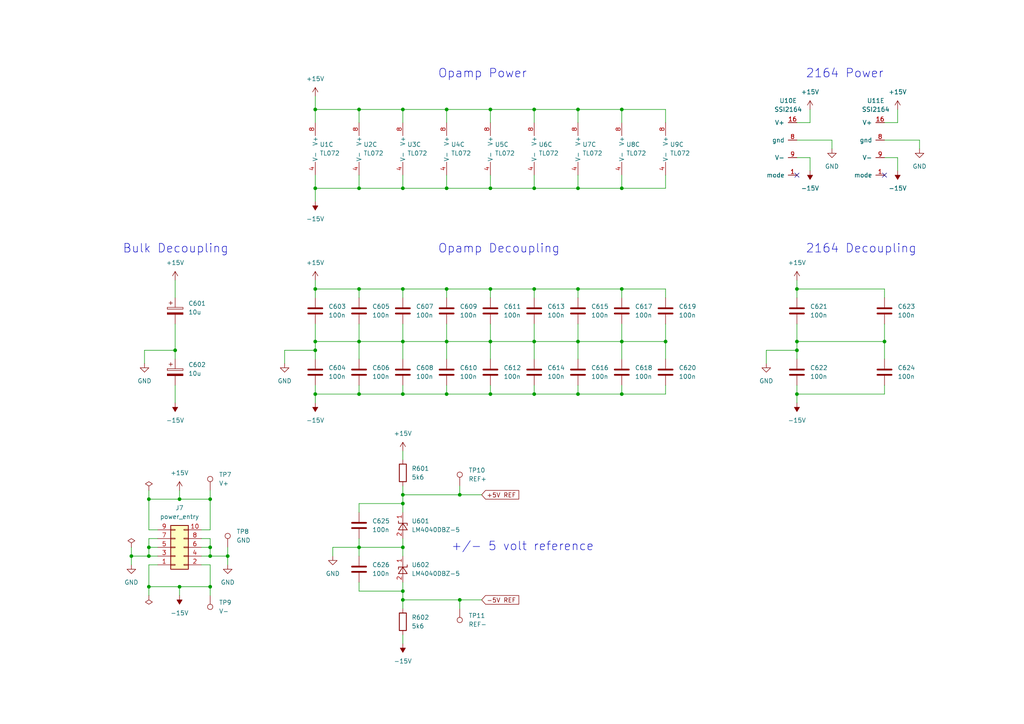
<source format=kicad_sch>
(kicad_sch (version 20211123) (generator eeschema)
  (paper "A4")
  (title_block (title "Josh Ox Ribbon Synth VCF/VCA board") (date "2022-07-21") (rev "0") (comment 1 "creativecommons.org/licenses/by/4.0/") (comment 2 "License: CC by 4.0") (comment 3 "Author: Jordan Aceto"))
  (lib_symbols
    (symbol "Amplifier_Operational:TL072" (pin_names (offset 0.127))
      (property "Reference" "U" (at 0 5.08 0))
      (property "Value" "TL072" (at 0 -5.08 0))
      (symbol "TL072_1_1"
        (polyline (pts (xy -5.08 5.08) (xy 5.08 0) (xy -5.08 -5.08) (xy -5.08 5.08)) (stroke (width 0.254)) (fill (type background)))
        (pin output line (at 7.62 0 180) (length 2.54) (name "~") (number "1"))
        (pin input line (at -7.62 -2.54 0) (length 2.54) (name "-") (number "2"))
        (pin input line (at -7.62 2.54 0) (length 2.54) (name "+") (number "3"))
      )
      (symbol "TL072_2_1"
        (polyline (pts (xy -5.08 5.08) (xy 5.08 0) (xy -5.08 -5.08) (xy -5.08 5.08)) (stroke (width 0.254)) (fill (type background)))
        (pin input line (at -7.62 2.54 0) (length 2.54) (name "+") (number "5"))
        (pin input line (at -7.62 -2.54 0) (length 2.54) (name "-") (number "6"))
        (pin output line (at 7.62 0 180) (length 2.54) (name "~") (number "7"))
      )
      (symbol "TL072_3_1"
        (pin power_in line (at -2.54 -7.62 90) (length 3.81) (name "V-") (number "4"))
        (pin power_in line (at -2.54 7.62 270) (length 3.81) (name "V+") (number "8"))
      )
    )
    (symbol "Connector:TestPoint" (pin_numbers hide) (pin_names (offset 0.762) hide)
      (property "Reference" "TP" (at 0 6.858 0))
      (property "Value" "TestPoint" (at 0 5.08 0))
      (symbol "TestPoint_0_1"
        (circle (center 0 3.302) (radius 0.762))
      )
      (symbol "TestPoint_1_1"
        (pin passive line (at 0 0 90) (length 2.54) (name "1") (number "1"))
      )
    )
    (symbol "Connector_Generic:Conn_02x05_Odd_Even" (pin_names (offset 1.016) hide)
      (property "Reference" "J" (at 1.27 7.62 0))
      (property "Value" "Conn_02x05_Odd_Even" (at 1.27 -7.62 0))
      (symbol "Conn_02x05_Odd_Even_1_1"
        (rectangle (start -1.27 -4.953) (end 0 -5.207) (stroke (width 0.1524)))
        (rectangle (start -1.27 -2.413) (end 0 -2.667) (stroke (width 0.1524)))
        (rectangle (start -1.27 0.127) (end 0 -0.127) (stroke (width 0.1524)))
        (rectangle (start -1.27 2.667) (end 0 2.413) (stroke (width 0.1524)))
        (rectangle (start -1.27 5.207) (end 0 4.953) (stroke (width 0.1524)))
        (rectangle (start -1.27 6.35) (end 3.81 -6.35) (stroke (width 0.254)) (fill (type background)))
        (rectangle (start 3.81 -4.953) (end 2.54 -5.207) (stroke (width 0.1524)))
        (rectangle (start 3.81 -2.413) (end 2.54 -2.667) (stroke (width 0.1524)))
        (rectangle (start 3.81 0.127) (end 2.54 -0.127) (stroke (width 0.1524)))
        (rectangle (start 3.81 2.667) (end 2.54 2.413) (stroke (width 0.1524)))
        (rectangle (start 3.81 5.207) (end 2.54 4.953) (stroke (width 0.1524)))
        (pin passive line (at -5.08 5.08 0) (length 3.81) (name "Pin_1") (number "1"))
        (pin passive line (at 7.62 -5.08 180) (length 3.81) (name "Pin_10") (number "10"))
        (pin passive line (at 7.62 5.08 180) (length 3.81) (name "Pin_2") (number "2"))
        (pin passive line (at -5.08 2.54 0) (length 3.81) (name "Pin_3") (number "3"))
        (pin passive line (at 7.62 2.54 180) (length 3.81) (name "Pin_4") (number "4"))
        (pin passive line (at -5.08 0 0) (length 3.81) (name "Pin_5") (number "5"))
        (pin passive line (at 7.62 0 180) (length 3.81) (name "Pin_6") (number "6"))
        (pin passive line (at -5.08 -2.54 0) (length 3.81) (name "Pin_7") (number "7"))
        (pin passive line (at 7.62 -2.54 180) (length 3.81) (name "Pin_8") (number "8"))
        (pin passive line (at -5.08 -5.08 0) (length 3.81) (name "Pin_9") (number "9"))
      )
    )
    (symbol "Device:C" (pin_numbers hide) (pin_names (offset 0.254))
      (property "Reference" "C" (at 0.635 2.54 0))
      (property "Value" "C" (at 0.635 -2.54 0))
      (symbol "C_0_1"
        (polyline (pts (xy -2.032 -0.762) (xy 2.032 -0.762)) (stroke (width 0.508)))
        (polyline (pts (xy -2.032 0.762) (xy 2.032 0.762)) (stroke (width 0.508)))
      )
      (symbol "C_1_1"
        (pin passive line (at 0 3.81 270) (length 2.794) (name "~") (number "1"))
        (pin passive line (at 0 -3.81 90) (length 2.794) (name "~") (number "2"))
      )
    )
    (symbol "Device:C_Polarized" (pin_numbers hide) (pin_names (offset 0.254))
      (property "Reference" "C" (at 0.635 2.54 0))
      (property "Value" "C_Polarized" (at 0.635 -2.54 0))
      (symbol "C_Polarized_0_1"
        (rectangle (start -2.286 0.508) (end 2.286 1.016))
        (polyline (pts (xy -1.778 2.286) (xy -0.762 2.286)))
        (polyline (pts (xy -1.27 2.794) (xy -1.27 1.778)))
        (rectangle (start 2.286 -0.508) (end -2.286 -1.016) (fill (type outline)))
      )
      (symbol "C_Polarized_1_1"
        (pin passive line (at 0 3.81 270) (length 2.794) (name "~") (number "1"))
        (pin passive line (at 0 -3.81 90) (length 2.794) (name "~") (number "2"))
      )
    )
    (symbol "Device:R" (pin_numbers hide) (pin_names (offset 0))
      (property "Reference" "R" (at 2.032 0 90))
      (property "Value" "R" (at 0 0 90))
      (symbol "R_0_1"
        (rectangle (start -1.016 -2.54) (end 1.016 2.54) (stroke (width 0.254)))
      )
      (symbol "R_1_1"
        (pin passive line (at 0 3.81 270) (length 1.27) (name "~") (number "1"))
        (pin passive line (at 0 -3.81 90) (length 1.27) (name "~") (number "2"))
      )
    )
    (symbol "Reference_Voltage:LM4040DBZ-5" (pin_names (offset 0.0254) hide)
      (property "Reference" "U" (at 0 2.54 0))
      (property "Value" "LM4040DBZ-5" (at 0 -3.175 0))
      (symbol "LM4040DBZ-5_0_1"
        (polyline (pts (xy -1.27 0) (xy 0 0) (xy 1.27 0)))
        (polyline (pts (xy -1.27 -1.27) (xy 0.635 0) (xy -1.27 1.27) (xy -1.27 -1.27)) (stroke (width 0.2032)))
        (polyline (pts (xy 0 -1.27) (xy 0.635 -1.27) (xy 0.635 1.27) (xy 1.27 1.27)) (stroke (width 0.2032)))
      )
      (symbol "LM4040DBZ-5_1_1"
        (pin passive line (at 3.81 0 180) (length 2.54) (name "K") (number "1"))
        (pin passive line (at -3.81 0 0) (length 2.54) (name "A") (number "2"))
      )
    )
    (symbol "custom_symbols:SSI2164" (pin_names (offset 1.016))
      (property "Reference" "U?" (at 0 10.16 0))
      (property "Value" "SSI2164" (at 0 7.62 0))
      (symbol "SSI2164_1_1"
        (rectangle (start -5.08 5.08) (end 5.08 -5.08) (fill (type background)))
        (polyline (pts (xy 5.08 5.08) (xy -5.08 -5.08)))
        (polyline (pts (xy 5.08 5.08) (xy 10.16 0) (xy 5.08 -5.08) (xy -5.08 5.08)) (fill (type background)))
        (pin input line (at -7.62 0 0) (length 2.54) (name "~") (number "2"))
        (pin input line (at 0 -7.62 90) (length 2.54) (name "~") (number "3"))
        (pin output line (at 12.7 0 180) (length 2.54) (name "~") (number "4"))
      )
      (symbol "SSI2164_2_1"
        (rectangle (start -5.08 5.08) (end 5.08 -5.08) (fill (type background)))
        (polyline (pts (xy 5.08 5.08) (xy -5.08 -5.08)))
        (polyline (pts (xy 5.08 5.08) (xy 10.16 0) (xy 5.08 -5.08) (xy -5.08 5.08)) (fill (type background)))
        (pin output line (at 12.7 0 180) (length 2.54) (name "~") (number "5"))
        (pin input line (at 0 -7.62 90) (length 2.54) (name "~") (number "6"))
        (pin input line (at -7.62 0 0) (length 2.54) (name "~") (number "7"))
      )
      (symbol "SSI2164_3_1"
        (rectangle (start -5.08 5.08) (end 5.08 -5.08) (fill (type background)))
        (polyline (pts (xy 5.08 5.08) (xy -5.08 -5.08)))
        (polyline (pts (xy 5.08 5.08) (xy 10.16 0) (xy 5.08 -5.08) (xy -5.08 5.08)) (fill (type background)))
        (pin input line (at -7.62 0 0) (length 2.54) (name "~") (number "10"))
        (pin input line (at 0 -7.62 90) (length 2.54) (name "~") (number "11"))
        (pin output line (at 12.7 0 180) (length 2.54) (name "~") (number "12"))
      )
      (symbol "SSI2164_4_1"
        (rectangle (start -5.08 5.08) (end 5.08 -5.08) (fill (type background)))
        (polyline (pts (xy 5.08 5.08) (xy -5.08 -5.08)))
        (polyline (pts (xy 5.08 5.08) (xy 10.16 0) (xy 5.08 -5.08) (xy -5.08 5.08)) (fill (type background)))
        (pin output line (at 12.7 0 180) (length 2.54) (name "~") (number "13"))
        (pin input line (at 0 -7.62 90) (length 2.54) (name "~") (number "14"))
        (pin input line (at -7.62 0 0) (length 2.54) (name "~") (number "15"))
      )
      (symbol "SSI2164_5_1"
        (pin input line (at 2.54 -10.16 180) (length 2.54) (name "mode") (number "1"))
        (pin power_in line (at 2.54 5.08 180) (length 2.54) (name "V+") (number "16"))
        (pin power_in line (at 2.54 0 180) (length 2.54) (name "gnd") (number "8"))
        (pin power_in line (at 2.54 -5.08 180) (length 2.54) (name "V-") (number "9"))
      )
    )
    (symbol "power:+15V" (power) (pin_names (offset 0))
      (property "Value" "+15V" (at 0 3.556 0))
      (symbol "+15V_0_1"
        (polyline (pts (xy -0.762 1.27) (xy 0 2.54)))
        (polyline (pts (xy 0 0) (xy 0 2.54)))
        (polyline (pts (xy 0 2.54) (xy 0.762 1.27)))
      )
      (symbol "+15V_1_1"
        (pin power_in line (at 0 0 90) (length 0) hide (name "+15V") (number "1"))
      )
    )
    (symbol "power:-15V" (power) (pin_names (offset 0))
      (property "Value" "-15V" (at 0 3.81 0))
      (symbol "-15V_0_0"
        (pin power_in line (at 0 0 90) (length 0) hide (name "-15V") (number "1"))
      )
      (symbol "-15V_0_1"
        (polyline (pts (xy 0 0) (xy 0 1.27) (xy 0.762 1.27) (xy 0 2.54) (xy -0.762 1.27) (xy 0 1.27)) (fill (type outline)))
      )
    )
    (symbol "power:GND" (power) (pin_names (offset 0))
      (property "Value" "GND" (at 0 -3.81 0))
      (symbol "GND_0_1"
        (polyline (pts (xy 0 0) (xy 0 -1.27) (xy 1.27 -1.27) (xy 0 -2.54) (xy -1.27 -1.27) (xy 0 -1.27)))
      )
      (symbol "GND_1_1"
        (pin power_in line (at 0 0 270) (length 0) hide (name "GND") (number "1"))
      )
    )
    (symbol "power:PWR_FLAG" (power) (pin_numbers hide) (pin_names (offset 0) hide)
      (property "Value" "PWR_FLAG" (at 0 3.81 0))
      (symbol "PWR_FLAG_0_0"
        (pin power_out line (at 0 0 90) (length 0) (name "pwr") (number "1"))
      )
      (symbol "PWR_FLAG_0_1"
        (polyline (pts (xy 0 0) (xy 0 1.27) (xy -1.016 1.905) (xy 0 2.54) (xy 1.016 1.905) (xy 0 1.27)))
      )
    )
  )
  (junction (at 180.34 114.3))
  (junction (at 129.54 99.06))
  (junction (at 91.44 101.6))
  (junction (at 104.14 31.75))
  (junction (at 52.07 170.18))
  (junction (at 52.07 144.78))
  (junction (at 142.24 54.61))
  (junction (at 50.8 101.6))
  (junction (at 154.94 31.75))
  (junction (at 116.84 31.75))
  (junction (at 142.24 99.06))
  (junction (at 167.64 54.61))
  (junction (at 167.64 114.3))
  (junction (at 91.44 83.82))
  (junction (at 38.1 161.29))
  (junction (at 104.14 114.3))
  (junction (at 60.96 161.29))
  (junction (at 116.84 143.51))
  (junction (at 116.84 114.3))
  (junction (at 133.35 143.51))
  (junction (at 129.54 114.3))
  (junction (at 180.34 99.06))
  (junction (at 231.14 114.3))
  (junction (at 60.96 144.78))
  (junction (at 180.34 31.75))
  (junction (at 142.24 83.82))
  (junction (at 154.94 99.06))
  (junction (at 104.14 99.06))
  (junction (at 116.84 54.61))
  (junction (at 43.18 144.78))
  (junction (at 116.84 99.06))
  (junction (at 91.44 31.75))
  (junction (at 91.44 99.06))
  (junction (at 116.84 173.99))
  (junction (at 66.04 161.29))
  (junction (at 142.24 31.75))
  (junction (at 104.14 83.82))
  (junction (at 116.84 171.45))
  (junction (at 104.14 54.61))
  (junction (at 43.18 170.18))
  (junction (at 129.54 54.61))
  (junction (at 142.24 114.3))
  (junction (at 180.34 83.82))
  (junction (at 60.96 170.18))
  (junction (at 154.94 83.82))
  (junction (at 60.96 158.75))
  (junction (at 231.14 99.06))
  (junction (at 129.54 83.82))
  (junction (at 231.14 101.6))
  (junction (at 91.44 54.61))
  (junction (at 167.64 31.75))
  (junction (at 167.64 99.06))
  (junction (at 104.14 158.75))
  (junction (at 43.18 161.29))
  (junction (at 116.84 146.05))
  (junction (at 231.14 83.82))
  (junction (at 154.94 54.61))
  (junction (at 43.18 158.75))
  (junction (at 133.35 173.99))
  (junction (at 193.04 99.06))
  (junction (at 256.54 99.06))
  (junction (at 129.54 31.75))
  (junction (at 154.94 114.3))
  (junction (at 116.84 83.82))
  (junction (at 180.34 54.61))
  (junction (at 167.64 83.82))
  (junction (at 91.44 114.3))
  (junction (at 116.84 158.75))
  (no_connect (at 231.14 50.8))
  (no_connect (at 256.54 50.8))
  (wire (pts (xy 193.04 54.61) (xy 193.04 50.8)))
  (wire (pts (xy 133.35 176.53) (xy 133.35 173.99)))
  (wire (pts (xy 116.84 173.99) (xy 133.35 173.99)))
  (wire (pts (xy 104.14 158.75) (xy 104.14 161.29)))
  (wire (pts (xy 58.42 153.67) (xy 60.96 153.67)))
  (wire (pts (xy 222.25 105.41) (xy 222.25 101.6)))
  (wire (pts (xy 180.34 31.75) (xy 193.04 31.75)))
  (wire (pts (xy 154.94 86.36) (xy 154.94 83.82)))
  (wire (pts (xy 129.54 31.75) (xy 116.84 31.75)))
  (wire (pts (xy 104.14 31.75) (xy 91.44 31.75)))
  (wire (pts (xy 129.54 93.98) (xy 129.54 99.06)))
  (wire (pts (xy 104.14 54.61) (xy 91.44 54.61)))
  (wire (pts (xy 241.3 43.18) (xy 241.3 40.64)))
  (wire (pts (xy 193.04 35.56) (xy 193.04 31.75)))
  (wire (pts (xy 45.72 163.83) (xy 43.18 163.83)))
  (wire (pts (xy 154.94 114.3) (xy 167.64 114.3)))
  (wire (pts (xy 60.96 170.18) (xy 60.96 163.83)))
  (wire (pts (xy 116.84 31.75) (xy 116.84 35.56)))
  (wire (pts (xy 256.54 99.06) (xy 256.54 104.14)))
  (wire (pts (xy 104.14 146.05) (xy 104.14 148.59)))
  (wire (pts (xy 133.35 173.99) (xy 139.7 173.99)))
  (wire (pts (xy 180.34 114.3) (xy 193.04 114.3)))
  (wire (pts (xy 260.35 49.53) (xy 260.35 45.72)))
  (wire (pts (xy 129.54 31.75) (xy 129.54 35.56)))
  (wire (pts (xy 154.94 104.14) (xy 154.94 99.06)))
  (wire (pts (xy 193.04 99.06) (xy 193.04 104.14)))
  (wire (pts (xy 104.14 31.75) (xy 104.14 35.56)))
  (wire (pts (xy 60.96 142.24) (xy 60.96 144.78)))
  (wire (pts (xy 116.84 143.51) (xy 133.35 143.51)))
  (wire (pts (xy 231.14 81.28) (xy 231.14 83.82)))
  (wire (pts (xy 116.84 176.53) (xy 116.84 173.99)))
  (wire (pts (xy 91.44 114.3) (xy 104.14 114.3)))
  (wire (pts (xy 91.44 99.06) (xy 91.44 101.6)))
  (wire (pts (xy 129.54 54.61) (xy 129.54 50.8)))
  (wire (pts (xy 167.64 111.76) (xy 167.64 114.3)))
  (wire (pts (xy 116.84 54.61) (xy 116.84 50.8)))
  (wire (pts (xy 43.18 153.67) (xy 45.72 153.67)))
  (wire (pts (xy 231.14 101.6) (xy 231.14 104.14)))
  (wire (pts (xy 167.64 83.82) (xy 167.64 86.36)))
  (wire (pts (xy 231.14 111.76) (xy 231.14 114.3)))
  (wire (pts (xy 50.8 111.76) (xy 50.8 116.84)))
  (wire (pts (xy 241.3 40.64) (xy 231.14 40.64)))
  (wire (pts (xy 256.54 83.82) (xy 256.54 86.36)))
  (wire (pts (xy 180.34 83.82) (xy 180.34 86.36)))
  (wire (pts (xy 222.25 101.6) (xy 231.14 101.6)))
  (wire (pts (xy 154.94 99.06) (xy 142.24 99.06)))
  (wire (pts (xy 180.34 99.06) (xy 193.04 99.06)))
  (wire (pts (xy 104.14 158.75) (xy 104.14 156.21)))
  (wire (pts (xy 116.84 161.29) (xy 116.84 158.75)))
  (wire (pts (xy 142.24 54.61) (xy 154.94 54.61)))
  (wire (pts (xy 91.44 111.76) (xy 91.44 114.3)))
  (wire (pts (xy 142.24 99.06) (xy 142.24 104.14)))
  (wire (pts (xy 104.14 114.3) (xy 116.84 114.3)))
  (wire (pts (xy 116.84 31.75) (xy 104.14 31.75)))
  (wire (pts (xy 154.94 31.75) (xy 154.94 35.56)))
  (wire (pts (xy 116.84 54.61) (xy 129.54 54.61)))
  (wire (pts (xy 129.54 83.82) (xy 142.24 83.82)))
  (wire (pts (xy 66.04 158.75) (xy 66.04 161.29)))
  (wire (pts (xy 231.14 99.06) (xy 256.54 99.06)))
  (wire (pts (xy 167.64 93.98) (xy 167.64 99.06)))
  (wire (pts (xy 66.04 161.29) (xy 60.96 161.29)))
  (wire (pts (xy 43.18 156.21) (xy 45.72 156.21)))
  (wire (pts (xy 231.14 114.3) (xy 256.54 114.3)))
  (wire (pts (xy 91.44 50.8) (xy 91.44 54.61)))
  (wire (pts (xy 60.96 144.78) (xy 52.07 144.78)))
  (wire (pts (xy 180.34 35.56) (xy 180.34 31.75)))
  (wire (pts (xy 234.95 31.75) (xy 234.95 35.56)))
  (wire (pts (xy 167.64 54.61) (xy 167.64 50.8)))
  (wire (pts (xy 256.54 111.76) (xy 256.54 114.3)))
  (wire (pts (xy 66.04 163.83) (xy 66.04 161.29)))
  (wire (pts (xy 104.14 104.14) (xy 104.14 99.06)))
  (wire (pts (xy 260.35 35.56) (xy 256.54 35.56)))
  (wire (pts (xy 154.94 114.3) (xy 154.94 111.76)))
  (wire (pts (xy 116.84 54.61) (xy 104.14 54.61)))
  (wire (pts (xy 167.64 99.06) (xy 167.64 104.14)))
  (wire (pts (xy 116.84 173.99) (xy 116.84 171.45)))
  (wire (pts (xy 43.18 142.24) (xy 43.18 144.78)))
  (wire (pts (xy 133.35 143.51) (xy 139.7 143.51)))
  (wire (pts (xy 142.24 83.82) (xy 142.24 86.36)))
  (wire (pts (xy 129.54 54.61) (xy 142.24 54.61)))
  (wire (pts (xy 260.35 31.75) (xy 260.35 35.56)))
  (wire (pts (xy 38.1 161.29) (xy 43.18 161.29)))
  (wire (pts (xy 154.94 54.61) (xy 167.64 54.61)))
  (wire (pts (xy 129.54 99.06) (xy 142.24 99.06)))
  (wire (pts (xy 133.35 140.97) (xy 133.35 143.51)))
  (wire (pts (xy 104.14 99.06) (xy 116.84 99.06)))
  (wire (pts (xy 104.14 83.82) (xy 91.44 83.82)))
  (wire (pts (xy 116.84 140.97) (xy 116.84 143.51)))
  (wire (pts (xy 104.14 171.45) (xy 104.14 168.91)))
  (wire (pts (xy 116.84 146.05) (xy 104.14 146.05)))
  (wire (pts (xy 260.35 45.72) (xy 256.54 45.72)))
  (wire (pts (xy 43.18 172.72) (xy 43.18 170.18)))
  (wire (pts (xy 193.04 111.76) (xy 193.04 114.3)))
  (wire (pts (xy 82.55 105.41) (xy 82.55 101.6)))
  (wire (pts (xy 58.42 156.21) (xy 60.96 156.21)))
  (wire (pts (xy 193.04 83.82) (xy 193.04 86.36)))
  (wire (pts (xy 60.96 153.67) (xy 60.96 144.78)))
  (wire (pts (xy 58.42 158.75) (xy 60.96 158.75)))
  (wire (pts (xy 116.84 158.75) (xy 104.14 158.75)))
  (wire (pts (xy 154.94 83.82) (xy 167.64 83.82)))
  (wire (pts (xy 234.95 45.72) (xy 231.14 45.72)))
  (wire (pts (xy 234.95 35.56) (xy 231.14 35.56)))
  (wire (pts (xy 50.8 81.28) (xy 50.8 86.36)))
  (wire (pts (xy 60.96 158.75) (xy 60.96 156.21)))
  (wire (pts (xy 60.96 163.83) (xy 58.42 163.83)))
  (wire (pts (xy 167.64 83.82) (xy 180.34 83.82)))
  (wire (pts (xy 82.55 101.6) (xy 91.44 101.6)))
  (wire (pts (xy 266.7 43.18) (xy 266.7 40.64)))
  (wire (pts (xy 116.84 186.69) (xy 116.84 184.15)))
  (wire (pts (xy 142.24 31.75) (xy 129.54 31.75)))
  (wire (pts (xy 50.8 93.98) (xy 50.8 101.6)))
  (wire (pts (xy 60.96 161.29) (xy 60.96 158.75)))
  (wire (pts (xy 180.34 54.61) (xy 193.04 54.61)))
  (wire (pts (xy 38.1 163.83) (xy 38.1 161.29)))
  (wire (pts (xy 52.07 142.24) (xy 52.07 144.78)))
  (wire (pts (xy 266.7 40.64) (xy 256.54 40.64)))
  (wire (pts (xy 43.18 170.18) (xy 52.07 170.18)))
  (wire (pts (xy 180.34 111.76) (xy 180.34 114.3)))
  (wire (pts (xy 116.84 114.3) (xy 129.54 114.3)))
  (wire (pts (xy 167.64 31.75) (xy 154.94 31.75)))
  (wire (pts (xy 50.8 101.6) (xy 50.8 104.14)))
  (wire (pts (xy 43.18 163.83) (xy 43.18 170.18)))
  (wire (pts (xy 116.84 99.06) (xy 116.84 104.14)))
  (wire (pts (xy 193.04 93.98) (xy 193.04 99.06)))
  (wire (pts (xy 231.14 99.06) (xy 231.14 101.6)))
  (wire (pts (xy 43.18 156.21) (xy 43.18 158.75)))
  (wire (pts (xy 96.52 161.29) (xy 96.52 158.75)))
  (wire (pts (xy 45.72 161.29) (xy 43.18 161.29)))
  (wire (pts (xy 104.14 86.36) (xy 104.14 83.82)))
  (wire (pts (xy 91.44 83.82) (xy 91.44 86.36)))
  (wire (pts (xy 180.34 99.06) (xy 180.34 104.14)))
  (wire (pts (xy 129.54 111.76) (xy 129.54 114.3)))
  (wire (pts (xy 154.94 83.82) (xy 142.24 83.82)))
  (wire (pts (xy 167.64 114.3) (xy 180.34 114.3)))
  (wire (pts (xy 154.94 99.06) (xy 167.64 99.06)))
  (wire (pts (xy 116.84 83.82) (xy 129.54 83.82)))
  (wire (pts (xy 154.94 99.06) (xy 154.94 93.98)))
  (wire (pts (xy 52.07 144.78) (xy 43.18 144.78)))
  (wire (pts (xy 142.24 31.75) (xy 142.24 35.56)))
  (wire (pts (xy 167.64 99.06) (xy 180.34 99.06)))
  (wire (pts (xy 154.94 31.75) (xy 142.24 31.75)))
  (wire (pts (xy 167.64 54.61) (xy 180.34 54.61)))
  (wire (pts (xy 142.24 54.61) (xy 142.24 50.8)))
  (wire (pts (xy 60.96 172.72) (xy 60.96 170.18)))
  (wire (pts (xy 116.84 156.21) (xy 116.84 158.75)))
  (wire (pts (xy 41.91 101.6) (xy 50.8 101.6)))
  (wire (pts (xy 58.42 161.29) (xy 60.96 161.29)))
  (wire (pts (xy 91.44 93.98) (xy 91.44 99.06)))
  (wire (pts (xy 231.14 93.98) (xy 231.14 99.06)))
  (wire (pts (xy 116.84 99.06) (xy 129.54 99.06)))
  (wire (pts (xy 43.18 158.75) (xy 43.18 161.29)))
  (wire (pts (xy 180.34 93.98) (xy 180.34 99.06)))
  (wire (pts (xy 234.95 49.53) (xy 234.95 45.72)))
  (wire (pts (xy 91.44 101.6) (xy 91.44 104.14)))
  (wire (pts (xy 116.84 148.59) (xy 116.84 146.05)))
  (wire (pts (xy 142.24 114.3) (xy 154.94 114.3)))
  (wire (pts (xy 104.14 114.3) (xy 104.14 111.76)))
  (wire (pts (xy 91.44 58.42) (xy 91.44 54.61)))
  (wire (pts (xy 116.84 130.81) (xy 116.84 133.35)))
  (wire (pts (xy 104.14 83.82) (xy 116.84 83.82)))
  (wire (pts (xy 91.44 31.75) (xy 91.44 35.56)))
  (wire (pts (xy 96.52 158.75) (xy 104.14 158.75)))
  (wire (pts (xy 231.14 114.3) (xy 231.14 116.84)))
  (wire (pts (xy 116.84 168.91) (xy 116.84 171.45)))
  (wire (pts (xy 116.84 143.51) (xy 116.84 146.05)))
  (wire (pts (xy 52.07 170.18) (xy 52.07 172.72)))
  (wire (pts (xy 116.84 111.76) (xy 116.84 114.3)))
  (wire (pts (xy 91.44 114.3) (xy 91.44 116.84)))
  (wire (pts (xy 180.34 83.82) (xy 193.04 83.82)))
  (wire (pts (xy 52.07 170.18) (xy 60.96 170.18)))
  (wire (pts (xy 104.14 99.06) (xy 104.14 93.98)))
  (wire (pts (xy 154.94 54.61) (xy 154.94 50.8)))
  (wire (pts (xy 41.91 105.41) (xy 41.91 101.6)))
  (wire (pts (xy 167.64 31.75) (xy 167.64 35.56)))
  (wire (pts (xy 256.54 93.98) (xy 256.54 99.06)))
  (wire (pts (xy 129.54 114.3) (xy 142.24 114.3)))
  (wire (pts (xy 116.84 171.45) (xy 104.14 171.45)))
  (wire (pts (xy 129.54 99.06) (xy 129.54 104.14)))
  (wire (pts (xy 116.84 99.06) (xy 116.84 93.98)))
  (wire (pts (xy 38.1 158.75) (xy 38.1 161.29)))
  (wire (pts (xy 167.64 31.75) (xy 180.34 31.75)))
  (wire (pts (xy 231.14 83.82) (xy 231.14 86.36)))
  (wire (pts (xy 43.18 158.75) (xy 45.72 158.75)))
  (wire (pts (xy 142.24 111.76) (xy 142.24 114.3)))
  (wire (pts (xy 129.54 83.82) (xy 129.54 86.36)))
  (wire (pts (xy 104.14 99.06) (xy 91.44 99.06)))
  (wire (pts (xy 231.14 83.82) (xy 256.54 83.82)))
  (wire (pts (xy 43.18 144.78) (xy 43.18 153.67)))
  (wire (pts (xy 104.14 50.8) (xy 104.14 54.61)))
  (wire (pts (xy 180.34 54.61) (xy 180.34 50.8)))
  (wire (pts (xy 116.84 83.82) (xy 116.84 86.36)))
  (wire (pts (xy 142.24 93.98) (xy 142.24 99.06)))
  (wire (pts (xy 91.44 27.94) (xy 91.44 31.75)))
  (wire (pts (xy 91.44 81.28) (xy 91.44 83.82)))
  (text "Opamp Power" (at 127 22.86 0) (effects (font (size 2.5 2.5)) (justify left bottom)))
  (text "2164 Decoupling" (at 233.68 73.66 0) (effects (font (size 2.5 2.5)) (justify left bottom)))
  (text "+/- 5 volt reference" (at 130.81 160.02 0) (effects (font (size 2.5 2.5)) (justify left bottom)))
  (text "2164 Power" (at 233.68 22.86 0) (effects (font (size 2.5 2.5)) (justify left bottom)))
  (text "Bulk Decoupling" (at 35.56 73.66 0) (effects (font (size 2.5 2.5)) (justify left bottom)))
  (text "Opamp Decoupling" (at 127 73.66 0) (effects (font (size 2.5 2.5)) (justify left bottom)))
  (global_label "+5V REF" (shape input) (at 139.7 143.51 0) (property "Intersheet References" "${INTERSHEET_REFS}" (effects hide)))
  (global_label "-5V REF" (shape input) (at 139.7 173.99 0) (property "Intersheet References" "${INTERSHEET_REFS}" (effects hide)))
  (symbol (lib_id "Device:C") (at 129.54 90.17 0) (unit 1)
    (property "Reference" "C609" (at 133.35 88.8999 0) (effects (justify left)))
    (property "Value" "100n" (at 133.35 91.4399 0) (effects (justify left)))
    (property "Footprint" "Capacitor_SMD:C_0805_2012Metric" (effects hide))
  )
  (symbol (lib_id "Connector:TestPoint") (at 60.96 172.72 180) (unit 1) (in_bom no)
    (property "Reference" "TP9" (at 63.5 174.7519 0) (effects (justify right)))
    (property "Value" "V-" (at 63.5 177.2919 0) (effects (justify right)))
    (property "Footprint" "TestPoint:TestPoint_Keystone_5000-5004_Miniature" (effects hide))
  )
  (symbol (lib_id "Amplifier_Operational:TL072") (at 170.18 43.18 0) (unit 3)
    (property "Reference" "U7" (at 168.91 41.9099 0) (effects (justify left)))
    (property "Value" "TL072" (at 168.91 44.4499 0) (effects (justify left)))
    (property "Footprint" "Package_SO:SO-8_5.3x6.2mm_P1.27mm" (effects hide))
    (property "Datasheet" "http://www.ti.com/lit/ds/symlink/tl071.pdf" (effects hide))
  )
  (symbol (lib_id "power:PWR_FLAG") (at 43.18 142.24 0) (unit 1)
    (property "Reference" "#FLG0501" (effects hide))
    (property "Value" "PWR_FLAG" (effects hide))
  )
  (symbol (lib_id "Device:C") (at 231.14 107.95 0) (unit 1)
    (property "Reference" "C622" (at 234.95 106.6799 0) (effects (justify left)))
    (property "Value" "100n" (at 234.95 109.2199 0) (effects (justify left)))
    (property "Footprint" "Capacitor_SMD:C_0805_2012Metric" (effects hide))
  )
  (symbol (lib_id "power:-15V") (at 234.95 49.53 180) (unit 1)
    (property "Reference" "#PWR0506" (effects hide))
    (property "Value" "-15V" (at 234.95 54.61 0))
  )
  (symbol (lib_id "Device:C") (at 256.54 107.95 0) (unit 1)
    (property "Reference" "C624" (at 260.35 106.6799 0) (effects (justify left)))
    (property "Value" "100n" (at 260.35 109.2199 0) (effects (justify left)))
    (property "Footprint" "Capacitor_SMD:C_0805_2012Metric" (effects hide))
  )
  (symbol (lib_id "Amplifier_Operational:TL072") (at 106.68 43.18 0) (unit 3)
    (property "Reference" "U2" (at 105.41 41.9099 0) (effects (justify left)))
    (property "Value" "TL072" (at 105.41 44.4499 0) (effects (justify left)))
    (property "Footprint" "Package_SO:SO-8_5.3x6.2mm_P1.27mm" (effects hide))
    (property "Datasheet" "http://www.ti.com/lit/ds/symlink/tl071.pdf" (effects hide))
  )
  (symbol (lib_id "power:-15V") (at 116.84 186.69 180) (unit 1)
    (property "Reference" "#PWR0108" (effects hide))
    (property "Value" "-15V" (at 116.84 191.77 0))
  )
  (symbol (lib_id "power:PWR_FLAG") (at 43.18 172.72 180) (unit 1)
    (property "Reference" "#FLG0503" (effects hide))
    (property "Value" "PWR_FLAG" (effects hide))
  )
  (symbol (lib_id "power:+15V") (at 260.35 31.75 0) (unit 1)
    (property "Reference" "#PWR0503" (effects hide))
    (property "Value" "+15V" (at 260.35 26.67 0))
  )
  (symbol (lib_id "Device:C") (at 91.44 90.17 0) (unit 1)
    (property "Reference" "C603" (at 95.25 88.8999 0) (effects (justify left)))
    (property "Value" "100n" (at 95.25 91.4399 0) (effects (justify left)))
    (property "Footprint" "Capacitor_SMD:C_0805_2012Metric" (effects hide))
  )
  (symbol (lib_id "Device:C") (at 142.24 90.17 0) (unit 1)
    (property "Reference" "C611" (at 146.05 88.8999 0) (effects (justify left)))
    (property "Value" "100n" (at 146.05 91.4399 0) (effects (justify left)))
    (property "Footprint" "Capacitor_SMD:C_0805_2012Metric" (effects hide))
  )
  (symbol (lib_id "Device:C") (at 154.94 90.17 0) (unit 1)
    (property "Reference" "C613" (at 158.75 88.8999 0) (effects (justify left)))
    (property "Value" "100n" (at 158.75 91.4399 0) (effects (justify left)))
    (property "Footprint" "Capacitor_SMD:C_0805_2012Metric" (effects hide))
  )
  (symbol (lib_id "power:+15V") (at 91.44 27.94 0) (unit 1)
    (property "Reference" "#PWR0501" (effects hide))
    (property "Value" "+15V" (at 91.44 22.86 0))
  )
  (symbol (lib_id "power:+15V") (at 91.44 81.28 0) (unit 1)
    (property "Reference" "#PWR0510" (effects hide))
    (property "Value" "+15V" (at 91.44 76.2 0))
  )
  (symbol (lib_id "Device:C") (at 256.54 90.17 0) (unit 1)
    (property "Reference" "C623" (at 260.35 88.8999 0) (effects (justify left)))
    (property "Value" "100n" (at 260.35 91.4399 0) (effects (justify left)))
    (property "Footprint" "Capacitor_SMD:C_0805_2012Metric" (effects hide))
  )
  (symbol (lib_id "Device:C") (at 193.04 107.95 0) (unit 1)
    (property "Reference" "C620" (at 196.85 106.6799 0) (effects (justify left)))
    (property "Value" "100n" (at 196.85 109.2199 0) (effects (justify left)))
    (property "Footprint" "Capacitor_SMD:C_0805_2012Metric" (effects hide))
  )
  (symbol (lib_id "power:+15V") (at 50.8 81.28 0) (unit 1)
    (property "Reference" "#PWR0509" (effects hide))
    (property "Value" "+15V" (at 50.8 76.2 0))
  )
  (symbol (lib_id "power:+15V") (at 52.07 142.24 0) (unit 1)
    (property "Reference" "#PWR0518" (effects hide))
    (property "Value" "+15V" (at 52.07 137.16 0))
  )
  (symbol (lib_id "power:+15V") (at 116.84 130.81 0) (unit 1)
    (property "Reference" "#PWR0522" (effects hide))
    (property "Value" "+15V" (at 116.84 125.73 0))
  )
  (symbol (lib_id "Device:C") (at 180.34 107.95 0) (unit 1)
    (property "Reference" "C618" (at 184.15 106.6799 0) (effects (justify left)))
    (property "Value" "100n" (at 184.15 109.2199 0) (effects (justify left)))
    (property "Footprint" "Capacitor_SMD:C_0805_2012Metric" (effects hide))
  )
  (symbol (lib_id "Device:C") (at 104.14 165.1 180) (unit 1)
    (property "Reference" "C626" (at 107.95 163.8299 0) (effects (justify right)))
    (property "Value" "100n" (at 107.95 166.3699 0) (effects (justify right)))
    (property "Footprint" "Capacitor_SMD:C_0805_2012Metric" (effects hide))
  )
  (symbol (lib_id "Device:C") (at 231.14 90.17 0) (unit 1)
    (property "Reference" "C621" (at 234.95 88.8999 0) (effects (justify left)))
    (property "Value" "100n" (at 234.95 91.4399 0) (effects (justify left)))
    (property "Footprint" "Capacitor_SMD:C_0805_2012Metric" (effects hide))
  )
  (symbol (lib_id "Device:C") (at 167.64 107.95 0) (unit 1)
    (property "Reference" "C616" (at 171.45 106.6799 0) (effects (justify left)))
    (property "Value" "100n" (at 171.45 109.2199 0) (effects (justify left)))
    (property "Footprint" "Capacitor_SMD:C_0805_2012Metric" (effects hide))
  )
  (symbol (lib_id "Connector:TestPoint") (at 66.04 158.75 0) (unit 1) (in_bom no)
    (property "Reference" "TP8" (at 68.58 154.1779 0) (effects (justify left)))
    (property "Value" "GND" (at 68.58 156.7179 0) (effects (justify left)))
    (property "Footprint" "TestPoint:TestPoint_Bridge_Pitch7.62mm_Drill1.3mm" (effects hide))
  )
  (symbol (lib_id "Device:C_Polarized") (at 50.8 107.95 0) (unit 1)
    (property "Reference" "C602" (at 54.61 105.7909 0) (effects (justify left)))
    (property "Value" "10u" (at 54.61 108.3309 0) (effects (justify left)))
    (property "Footprint" "Capacitor_THT:CP_Radial_D6.3mm_P2.50mm" (effects hide))
  )
  (symbol (lib_id "power:-15V") (at 260.35 49.53 180) (unit 1)
    (property "Reference" "#PWR0507" (effects hide))
    (property "Value" "-15V" (at 260.35 54.61 0))
  )
  (symbol (lib_id "power:GND") (at 96.52 161.29 0) (mirror y) (unit 1)
    (property "Reference" "#PWR0523" (effects hide))
    (property "Value" "GND" (at 96.52 166.37 0))
  )
  (symbol (lib_id "Device:C") (at 104.14 90.17 0) (unit 1)
    (property "Reference" "C605" (at 107.95 88.8999 0) (effects (justify left)))
    (property "Value" "100n" (at 107.95 91.4399 0) (effects (justify left)))
    (property "Footprint" "Capacitor_SMD:C_0805_2012Metric" (effects hide))
  )
  (symbol (lib_id "Connector:TestPoint") (at 133.35 140.97 0) (unit 1) (in_bom no)
    (property "Reference" "TP10" (at 135.89 136.3979 0) (effects (justify left)))
    (property "Value" "REF+" (at 135.89 138.9379 0) (effects (justify left)))
    (property "Footprint" "TestPoint:TestPoint_Keystone_5000-5004_Miniature" (effects hide))
  )
  (symbol (lib_id "power:GND") (at 82.55 105.41 0) (unit 1)
    (property "Reference" "#PWR0513" (effects hide))
    (property "Value" "GND" (at 82.55 110.49 0))
  )
  (symbol (lib_id "power:-15V") (at 231.14 116.84 180) (unit 1)
    (property "Reference" "#PWR0517" (effects hide))
    (property "Value" "-15V" (at 231.14 121.92 0))
  )
  (symbol (lib_id "power:GND") (at 266.7 43.18 0) (unit 1)
    (property "Reference" "#PWR0505" (effects hide))
    (property "Value" "GND" (at 266.7 48.26 0))
  )
  (symbol (lib_id "Device:R") (at 116.84 137.16 0) (unit 1)
    (property "Reference" "R601" (at 119.38 135.8899 0) (effects (justify left)))
    (property "Value" "5k6" (at 119.38 138.4299 0) (effects (justify left)))
    (property "Footprint" "Resistor_SMD:R_0805_2012Metric" (effects hide))
  )
  (symbol (lib_id "Connector_Generic:Conn_02x05_Odd_Even") (at 50.8 158.75 0) (mirror x) (unit 1)
    (property "Reference" "J7" (at 52.07 147.32 0))
    (property "Value" "power_entry" (at 52.07 149.86 0))
    (property "Footprint" "Connector_IDC:IDC-Header_2x05_P2.54mm_Vertical" (effects hide))
  )
  (symbol (lib_id "Amplifier_Operational:TL072") (at 132.08 43.18 0) (unit 3)
    (property "Reference" "U4" (at 130.81 41.9099 0) (effects (justify left)))
    (property "Value" "TL072" (at 130.81 44.4499 0) (effects (justify left)))
    (property "Footprint" "Package_SO:SO-8_5.3x6.2mm_P1.27mm" (effects hide))
    (property "Datasheet" "http://www.ti.com/lit/ds/symlink/tl071.pdf" (effects hide))
  )
  (symbol (lib_id "Device:C") (at 116.84 90.17 0) (unit 1)
    (property "Reference" "C607" (at 120.65 88.8999 0) (effects (justify left)))
    (property "Value" "100n" (at 120.65 91.4399 0) (effects (justify left)))
    (property "Footprint" "Capacitor_SMD:C_0805_2012Metric" (effects hide))
  )
  (symbol (lib_id "power:+15V") (at 231.14 81.28 0) (unit 1)
    (property "Reference" "#PWR0511" (effects hide))
    (property "Value" "+15V" (at 231.14 76.2 0))
  )
  (symbol (lib_id "Device:C_Polarized") (at 50.8 90.17 0) (unit 1)
    (property "Reference" "C601" (at 54.61 88.0109 0) (effects (justify left)))
    (property "Value" "10u" (at 54.61 90.5509 0) (effects (justify left)))
    (property "Footprint" "Capacitor_THT:CP_Radial_D6.3mm_P2.50mm" (effects hide))
  )
  (symbol (lib_id "Reference_Voltage:LM4040DBZ-5") (at 116.84 165.1 270) (mirror x) (unit 1)
    (property "Reference" "U602" (at 119.38 163.8299 90) (effects (justify left)))
    (property "Value" "LM4040DBZ-5" (at 119.38 166.3699 90) (effects (justify left)))
    (property "Footprint" "Package_TO_SOT_SMD:SOT-23" (effects hide))
    (property "Datasheet" "http://www.ti.com/lit/ds/symlink/lm4040-n.pdf" (effects hide))
  )
  (symbol (lib_id "power:GND") (at 66.04 163.83 0) (unit 1)
    (property "Reference" "#PWR0520" (effects hide))
    (property "Value" "GND" (at 66.04 168.91 0))
  )
  (symbol (lib_id "custom_symbols:SSI2164") (at 254 40.64 0) (unit 5)
    (property "Reference" "U11" (at 254 29.21 0))
    (property "Value" "SSI2164" (at 254 31.75 0))
    (property "Footprint" "Package_SO:SOIC-16_3.9x9.9mm_P1.27mm" (effects hide))
    (property "Datasheet" "https://www.soundsemiconductor.com/downloads/ssi2164datasheet.pdf" (effects hide))
  )
  (symbol (lib_id "power:-15V") (at 52.07 172.72 180) (unit 1)
    (property "Reference" "#PWR0521" (effects hide))
    (property "Value" "-15V" (at 52.07 177.8 0))
  )
  (symbol (lib_id "custom_symbols:SSI2164") (at 228.6 40.64 0) (unit 5)
    (property "Reference" "U10" (at 228.6 29.21 0))
    (property "Value" "SSI2164" (at 228.6 31.75 0))
    (property "Footprint" "Package_SO:SOIC-16_3.9x9.9mm_P1.27mm" (effects hide))
    (property "Datasheet" "https://www.soundsemiconductor.com/downloads/ssi2164datasheet.pdf" (effects hide))
  )
  (symbol (lib_id "power:GND") (at 222.25 105.41 0) (unit 1)
    (property "Reference" "#PWR0514" (effects hide))
    (property "Value" "GND" (at 222.25 110.49 0))
  )
  (symbol (lib_id "Connector:TestPoint") (at 133.35 176.53 180) (unit 1) (in_bom no)
    (property "Reference" "TP11" (at 135.89 178.5619 0) (effects (justify right)))
    (property "Value" "REF-" (at 135.89 181.1019 0) (effects (justify right)))
    (property "Footprint" "TestPoint:TestPoint_Keystone_5000-5004_Miniature" (effects hide))
  )
  (symbol (lib_id "Device:C") (at 116.84 107.95 0) (unit 1)
    (property "Reference" "C608" (at 120.65 106.6799 0) (effects (justify left)))
    (property "Value" "100n" (at 120.65 109.2199 0) (effects (justify left)))
    (property "Footprint" "Capacitor_SMD:C_0805_2012Metric" (effects hide))
  )
  (symbol (lib_id "Device:C") (at 91.44 107.95 0) (unit 1)
    (property "Reference" "C604" (at 95.25 106.6799 0) (effects (justify left)))
    (property "Value" "100n" (at 95.25 109.2199 0) (effects (justify left)))
    (property "Footprint" "Capacitor_SMD:C_0805_2012Metric" (effects hide))
  )
  (symbol (lib_id "power:-15V") (at 91.44 116.84 180) (unit 1)
    (property "Reference" "#PWR0516" (effects hide))
    (property "Value" "-15V" (at 91.44 121.92 0))
  )
  (symbol (lib_id "Device:C") (at 104.14 152.4 0) (unit 1)
    (property "Reference" "C625" (at 107.95 151.1299 0) (effects (justify left)))
    (property "Value" "100n" (at 107.95 153.6699 0) (effects (justify left)))
    (property "Footprint" "Capacitor_SMD:C_0805_2012Metric" (effects hide))
  )
  (symbol (lib_id "Amplifier_Operational:TL072") (at 195.58 43.18 0) (unit 3)
    (property "Reference" "U9" (at 194.31 41.9099 0) (effects (justify left)))
    (property "Value" "TL072" (at 194.31 44.4499 0) (effects (justify left)))
    (property "Footprint" "Package_SO:SO-8_5.3x6.2mm_P1.27mm" (effects hide))
    (property "Datasheet" "http://www.ti.com/lit/ds/symlink/tl071.pdf" (effects hide))
  )
  (symbol (lib_id "power:-15V") (at 91.44 58.42 180) (unit 1)
    (property "Reference" "#PWR0508" (effects hide))
    (property "Value" "-15V" (at 91.44 63.5 0))
  )
  (symbol (lib_id "power:GND") (at 41.91 105.41 0) (unit 1)
    (property "Reference" "#PWR0512" (effects hide))
    (property "Value" "GND" (at 41.91 110.49 0))
  )
  (symbol (lib_id "Device:C") (at 104.14 107.95 0) (unit 1)
    (property "Reference" "C606" (at 107.95 106.6799 0) (effects (justify left)))
    (property "Value" "100n" (at 107.95 109.2199 0) (effects (justify left)))
    (property "Footprint" "Capacitor_SMD:C_0805_2012Metric" (effects hide))
  )
  (symbol (lib_id "Amplifier_Operational:TL072") (at 93.98 43.18 0) (unit 3)
    (property "Reference" "U1" (at 92.71 41.9099 0) (effects (justify left)))
    (property "Value" "TL072" (at 92.71 44.4499 0) (effects (justify left)))
    (property "Footprint" "Package_SO:SO-8_5.3x6.2mm_P1.27mm" (effects hide))
    (property "Datasheet" "http://www.ti.com/lit/ds/symlink/tl071.pdf" (effects hide))
  )
  (symbol (lib_id "Reference_Voltage:LM4040DBZ-5") (at 116.84 152.4 90) (unit 1)
    (property "Reference" "U601" (at 119.38 151.1299 90) (effects (justify right)))
    (property "Value" "LM4040DBZ-5" (at 119.38 153.6699 90) (effects (justify right)))
    (property "Footprint" "Package_TO_SOT_SMD:SOT-23" (effects hide))
    (property "Datasheet" "http://www.ti.com/lit/ds/symlink/lm4040-n.pdf" (effects hide))
  )
  (symbol (lib_id "Device:C") (at 129.54 107.95 0) (unit 1)
    (property "Reference" "C610" (at 133.35 106.6799 0) (effects (justify left)))
    (property "Value" "100n" (at 133.35 109.2199 0) (effects (justify left)))
    (property "Footprint" "Capacitor_SMD:C_0805_2012Metric" (effects hide))
  )
  (symbol (lib_id "Device:C") (at 193.04 90.17 0) (unit 1)
    (property "Reference" "C619" (at 196.85 88.8999 0) (effects (justify left)))
    (property "Value" "100n" (at 196.85 91.4399 0) (effects (justify left)))
    (property "Footprint" "Capacitor_SMD:C_0805_2012Metric" (effects hide))
  )
  (symbol (lib_id "Device:C") (at 180.34 90.17 0) (unit 1)
    (property "Reference" "C617" (at 184.15 88.8999 0) (effects (justify left)))
    (property "Value" "100n" (at 184.15 91.4399 0) (effects (justify left)))
    (property "Footprint" "Capacitor_SMD:C_0805_2012Metric" (effects hide))
  )
  (symbol (lib_id "power:GND") (at 241.3 43.18 0) (unit 1)
    (property "Reference" "#PWR0504" (effects hide))
    (property "Value" "GND" (at 241.3 48.26 0))
  )
  (symbol (lib_id "Device:C") (at 154.94 107.95 0) (unit 1)
    (property "Reference" "C614" (at 158.75 106.6799 0) (effects (justify left)))
    (property "Value" "100n" (at 158.75 109.2199 0) (effects (justify left)))
    (property "Footprint" "Capacitor_SMD:C_0805_2012Metric" (effects hide))
  )
  (symbol (lib_id "Amplifier_Operational:TL072") (at 119.38 43.18 0) (unit 3)
    (property "Reference" "U3" (at 118.11 41.9099 0) (effects (justify left)))
    (property "Value" "TL072" (at 118.11 44.4499 0) (effects (justify left)))
    (property "Footprint" "Package_SO:SO-8_5.3x6.2mm_P1.27mm" (effects hide))
    (property "Datasheet" "http://www.ti.com/lit/ds/symlink/tl071.pdf" (effects hide))
  )
  (symbol (lib_id "Device:C") (at 142.24 107.95 0) (unit 1)
    (property "Reference" "C612" (at 146.05 106.6799 0) (effects (justify left)))
    (property "Value" "100n" (at 146.05 109.2199 0) (effects (justify left)))
    (property "Footprint" "Capacitor_SMD:C_0805_2012Metric" (effects hide))
  )
  (symbol (lib_id "power:-15V") (at 50.8 116.84 180) (unit 1)
    (property "Reference" "#PWR0515" (effects hide))
    (property "Value" "-15V" (at 50.8 121.92 0))
  )
  (symbol (lib_id "Connector:TestPoint") (at 60.96 142.24 0) (unit 1) (in_bom no)
    (property "Reference" "TP7" (at 63.5 137.6679 0) (effects (justify left)))
    (property "Value" "V+" (at 63.5 140.2079 0) (effects (justify left)))
    (property "Footprint" "TestPoint:TestPoint_Keystone_5000-5004_Miniature" (effects hide))
  )
  (symbol (lib_id "power:GND") (at 38.1 163.83 0) (mirror y) (unit 1)
    (property "Reference" "#PWR0519" (effects hide))
    (property "Value" "GND" (at 38.1 168.91 0))
  )
  (symbol (lib_id "Amplifier_Operational:TL072") (at 157.48 43.18 0) (unit 3)
    (property "Reference" "U6" (at 156.21 41.9099 0) (effects (justify left)))
    (property "Value" "TL072" (at 156.21 44.4499 0) (effects (justify left)))
    (property "Footprint" "Package_SO:SO-8_5.3x6.2mm_P1.27mm" (effects hide))
    (property "Datasheet" "http://www.ti.com/lit/ds/symlink/tl071.pdf" (effects hide))
  )
  (symbol (lib_id "Amplifier_Operational:TL072") (at 182.88 43.18 0) (unit 3)
    (property "Reference" "U8" (at 181.61 41.9099 0) (effects (justify left)))
    (property "Value" "TL072" (at 181.61 44.4499 0) (effects (justify left)))
    (property "Footprint" "Package_SO:SO-8_5.3x6.2mm_P1.27mm" (effects hide))
    (property "Datasheet" "http://www.ti.com/lit/ds/symlink/tl071.pdf" (effects hide))
  )
  (symbol (lib_id "power:PWR_FLAG") (at 38.1 158.75 0) (unit 1)
    (property "Reference" "#FLG0502" (effects hide))
    (property "Value" "PWR_FLAG" (effects hide))
  )
  (symbol (lib_id "Amplifier_Operational:TL072") (at 144.78 43.18 0) (unit 3)
    (property "Reference" "U5" (at 143.51 41.9099 0) (effects (justify left)))
    (property "Value" "TL072" (at 143.51 44.4499 0) (effects (justify left)))
    (property "Footprint" "Package_SO:SO-8_5.3x6.2mm_P1.27mm" (effects hide))
    (property "Datasheet" "http://www.ti.com/lit/ds/symlink/tl071.pdf" (effects hide))
  )
  (symbol (lib_id "power:+15V") (at 234.95 31.75 0) (unit 1)
    (property "Reference" "#PWR0502" (effects hide))
    (property "Value" "+15V" (at 234.95 26.67 0))
  )
  (symbol (lib_id "Device:C") (at 167.64 90.17 0) (unit 1)
    (property "Reference" "C615" (at 171.45 88.8999 0) (effects (justify left)))
    (property "Value" "100n" (at 171.45 91.4399 0) (effects (justify left)))
    (property "Footprint" "Capacitor_SMD:C_0805_2012Metric" (effects hide))
  )
  (symbol (lib_id "Device:R") (at 116.84 180.34 180) (unit 1)
    (property "Reference" "R602" (at 119.38 179.0699 0) (effects (justify right)))
    (property "Value" "5k6" (at 119.38 181.6099 0) (effects (justify right)))
    (property "Footprint" "Resistor_SMD:R_0805_2012Metric" (effects hide))
  )
)
</source>
